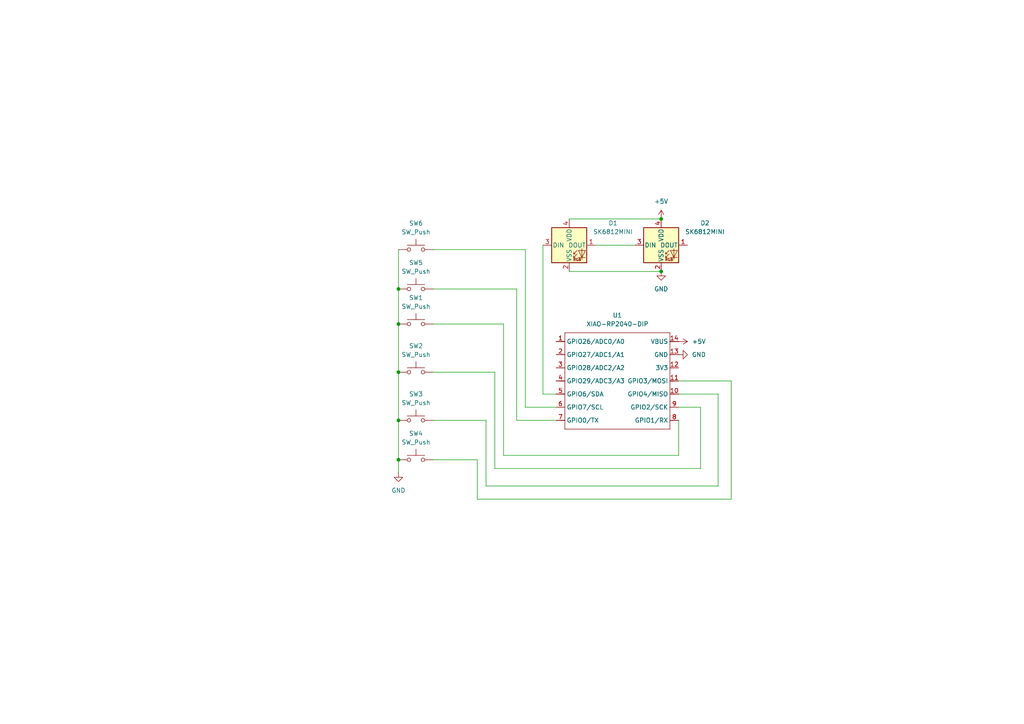
<source format=kicad_sch>
(kicad_sch (version 20250114) (generator "eeschema") (generator_version "9.0")
  (paper "A4")
  (lib_symbols
    (symbol "LED:SK6812MINI" (pin_names (offset 0.254))
      (property "Reference" "D" (at 5.08 5.715 0))
      (property "Value" "SK6812MINI" (at 1.27 -5.715 0))
      (symbol "SK6812MINI_0_0"
        (text "RGB" (at 2.286 -4.191 0) (effects (font (size 0.762 0.762))))
      )
      (symbol "SK6812MINI_0_1"
        (polyline (pts (xy 1.27 -2.54) (xy 1.778 -2.54)))
        (polyline (pts (xy 1.27 -3.556) (xy 1.778 -3.556)))
        (polyline (pts (xy 2.286 -1.524) (xy 1.27 -2.54) (xy 1.27 -2.032)))
        (polyline (pts (xy 2.286 -2.54) (xy 1.27 -3.556) (xy 1.27 -3.048)))
        (polyline (pts (xy 3.683 -1.016) (xy 3.683 -3.556) (xy 3.683 -4.064)))
        (polyline (pts (xy 4.699 -1.524) (xy 2.667 -1.524) (xy 3.683 -3.556) (xy 4.699 -1.524)))
        (polyline (pts (xy 4.699 -3.556) (xy 2.667 -3.556)))
        (rectangle (start 5.08 5.08) (end -5.08 -5.08) (stroke (width 0.254)) (fill (type background)))
      )
      (symbol "SK6812MINI_1_1"
        (pin input line (at -7.62 0 0) (length 2.54) (name "DIN") (number "3"))
        (pin power_in line (at 0 7.62 270) (length 2.54) (name "VDD") (number "4"))
        (pin power_in line (at 0 -7.62 90) (length 2.54) (name "VSS") (number "2"))
        (pin output line (at 7.62 0 180) (length 2.54) (name "DOUT") (number "1"))
      )
    )
    (symbol "OPL_Librarly:XIAO-RP2040-DIP"
      (property "Reference" "U" (at 0 0 0))
      (property "Value" "XIAO-RP2040-DIP" (at 5.334 -1.778 0))
      (symbol "XIAO-RP2040-DIP_1_0"
        (polyline (pts (xy -1.27 -2.54) (xy 29.21 -2.54)) (stroke (width 0.1524)))
        (polyline (pts (xy -1.27 -5.08) (xy -2.54 -5.08)) (stroke (width 0.1524)))
        (polyline (pts (xy -1.27 -5.08) (xy -1.27 -2.54)) (stroke (width 0.1524)))
        (polyline (pts (xy -1.27 -8.89) (xy -2.54 -8.89)) (stroke (width 0.1524)))
        (polyline (pts (xy -1.27 -8.89) (xy -1.27 -5.08)) (stroke (width 0.1524)))
        (polyline (pts (xy -1.27 -12.7) (xy -2.54 -12.7)) (stroke (width 0.1524)))
        (polyline (pts (xy -1.27 -12.7) (xy -1.27 -8.89)) (stroke (width 0.1524)))
        (polyline (pts (xy -1.27 -16.51) (xy -2.54 -16.51)) (stroke (width 0.1524)))
        (polyline (pts (xy -1.27 -16.51) (xy -1.27 -12.7)) (stroke (width 0.1524)))
        (polyline (pts (xy -1.27 -20.32) (xy -2.54 -20.32)) (stroke (width 0.1524)))
        (polyline (pts (xy -1.27 -24.13) (xy -2.54 -24.13)) (stroke (width 0.1524)))
        (polyline (pts (xy -1.27 -27.94) (xy -2.54 -27.94)) (stroke (width 0.1524)))
        (polyline (pts (xy -1.27 -30.48) (xy -1.27 -16.51)) (stroke (width 0.1524)))
        (polyline (pts (xy 29.21 -2.54) (xy 29.21 -5.08)) (stroke (width 0.1524)))
        (polyline (pts (xy 29.21 -5.08) (xy 29.21 -8.89)) (stroke (width 0.1524)))
        (polyline (pts (xy 29.21 -8.89) (xy 29.21 -12.7)) (stroke (width 0.1524)))
        (polyline (pts (xy 29.21 -12.7) (xy 29.21 -30.48)) (stroke (width 0.1524)))
        (polyline (pts (xy 29.21 -30.48) (xy -1.27 -30.48)) (stroke (width 0.1524)))
        (polyline (pts (xy 30.48 -5.08) (xy 29.21 -5.08)) (stroke (width 0.1524)))
        (polyline (pts (xy 30.48 -8.89) (xy 29.21 -8.89)) (stroke (width 0.1524)))
        (polyline (pts (xy 30.48 -12.7) (xy 29.21 -12.7)) (stroke (width 0.1524)))
        (polyline (pts (xy 30.48 -16.51) (xy 29.21 -16.51)) (stroke (width 0.1524)))
        (polyline (pts (xy 30.48 -20.32) (xy 29.21 -20.32)) (stroke (width 0.1524)))
        (polyline (pts (xy 30.48 -24.13) (xy 29.21 -24.13)) (stroke (width 0.1524)))
        (polyline (pts (xy 30.48 -27.94) (xy 29.21 -27.94)) (stroke (width 0.1524)))
        (pin passive line (at -3.81 -5.08 0) (length 2.54) (name "GPIO26/ADC0/A0") (number "1"))
        (pin passive line (at -3.81 -8.89 0) (length 2.54) (name "GPIO27/ADC1/A1") (number "2"))
        (pin passive line (at -3.81 -12.7 0) (length 2.54) (name "GPIO28/ADC2/A2") (number "3"))
        (pin passive line (at -3.81 -16.51 0) (length 2.54) (name "GPIO29/ADC3/A3") (number "4"))
        (pin passive line (at -3.81 -20.32 0) (length 2.54) (name "GPIO6/SDA") (number "5"))
        (pin passive line (at -3.81 -24.13 0) (length 2.54) (name "GPIO7/SCL") (number "6"))
        (pin passive line (at -3.81 -27.94 0) (length 2.54) (name "GPIO0/TX") (number "7"))
        (pin passive line (at 31.75 -5.08 180) (length 2.54) (name "VBUS") (number "14"))
        (pin passive line (at 31.75 -8.89 180) (length 2.54) (name "GND") (number "13"))
        (pin passive line (at 31.75 -12.7 180) (length 2.54) (name "3V3") (number "12"))
        (pin passive line (at 31.75 -16.51 180) (length 2.54) (name "GPIO3/MOSI") (number "11"))
        (pin passive line (at 31.75 -20.32 180) (length 2.54) (name "GPIO4/MISO") (number "10"))
        (pin passive line (at 31.75 -24.13 180) (length 2.54) (name "GPIO2/SCK") (number "9"))
        (pin passive line (at 31.75 -27.94 180) (length 2.54) (name "GPIO1/RX") (number "8"))
      )
    )
    (symbol "Switch:SW_Push" (pin_numbers (hide yes)) (pin_names (offset 1.016) (hide yes))
      (property "Reference" "SW" (at 1.27 2.54 0))
      (property "Value" "SW_Push" (at 0 -1.524 0))
      (symbol "SW_Push_0_1"
        (circle (center -2.032 0) (radius 0.508))
        (polyline (pts (xy 0 1.27) (xy 0 3.048)))
        (circle (center 2.032 0) (radius 0.508))
        (polyline (pts (xy 2.54 1.27) (xy -2.54 1.27)))
        (pin passive line (at -5.08 0 0) (length 2.54) (name "1") (number "1"))
        (pin passive line (at 5.08 0 180) (length 2.54) (name "2") (number "2"))
      )
    )
    (symbol "power:+5V" (power) (pin_numbers (hide yes)) (pin_names (offset 0) (hide yes))
      (property "Value" "+5V" (at 0 3.556 0))
      (symbol "+5V_0_1"
        (polyline (pts (xy -0.762 1.27) (xy 0 2.54)))
        (polyline (pts (xy 0 2.54) (xy 0.762 1.27)))
        (polyline (pts (xy 0 0) (xy 0 2.54)))
      )
      (symbol "+5V_1_1"
        (pin power_in line (at 0 0 90) (length 0) (name "~") (number "1"))
      )
    )
    (symbol "power:GND" (power) (pin_numbers (hide yes)) (pin_names (offset 0) (hide yes))
      (property "Value" "GND" (at 0 -3.81 0))
      (symbol "GND_0_1"
        (polyline (pts (xy 0 0) (xy 0 -1.27) (xy 1.27 -1.27) (xy 0 -2.54) (xy -1.27 -1.27) (xy 0 -1.27)))
      )
      (symbol "GND_1_1"
        (pin power_in line (at 0 0 270) (length 0) (name "~") (number "1"))
      )
    )
  )
  (junction (at 191.77 63.5))
  (junction (at 115.57 121.92))
  (junction (at 191.77 78.74))
  (junction (at 115.57 133.35))
  (junction (at 115.57 107.95))
  (junction (at 115.57 93.98))
  (junction (at 115.57 83.82))
  (wire (pts (xy 115.57 72.39) (xy 115.57 83.82)))
  (wire (pts (xy 149.86 83.82) (xy 125.73 83.82)))
  (wire (pts (xy 115.57 83.82) (xy 115.57 93.98)))
  (wire (pts (xy 172.72 71.12) (xy 184.15 71.12)))
  (wire (pts (xy 115.57 121.92) (xy 115.57 133.35)))
  (wire (pts (xy 140.97 140.97) (xy 140.97 121.92)))
  (wire (pts (xy 196.85 114.3) (xy 208.28 114.3)))
  (wire (pts (xy 203.2 135.89) (xy 143.51 135.89)))
  (wire (pts (xy 143.51 135.89) (xy 143.51 107.95)))
  (wire (pts (xy 196.85 121.92) (xy 196.85 132.08)))
  (wire (pts (xy 212.09 144.78) (xy 138.43 144.78)))
  (wire (pts (xy 138.43 133.35) (xy 125.73 133.35)))
  (wire (pts (xy 143.51 107.95) (xy 125.73 107.95)))
  (wire (pts (xy 212.09 110.49) (xy 212.09 144.78)))
  (wire (pts (xy 115.57 107.95) (xy 115.57 121.92)))
  (wire (pts (xy 115.57 137.16) (xy 115.57 133.35)))
  (wire (pts (xy 196.85 110.49) (xy 212.09 110.49)))
  (wire (pts (xy 152.4 118.11) (xy 152.4 72.39)))
  (wire (pts (xy 208.28 114.3) (xy 208.28 140.97)))
  (wire (pts (xy 115.57 93.98) (xy 115.57 107.95)))
  (wire (pts (xy 152.4 72.39) (xy 125.73 72.39)))
  (wire (pts (xy 157.48 114.3) (xy 161.29 114.3)))
  (wire (pts (xy 165.1 63.5) (xy 191.77 63.5)))
  (wire (pts (xy 196.85 132.08) (xy 146.05 132.08)))
  (wire (pts (xy 161.29 118.11) (xy 152.4 118.11)))
  (wire (pts (xy 208.28 140.97) (xy 140.97 140.97)))
  (wire (pts (xy 161.29 121.92) (xy 149.86 121.92)))
  (wire (pts (xy 196.85 118.11) (xy 203.2 118.11)))
  (wire (pts (xy 149.86 121.92) (xy 149.86 83.82)))
  (wire (pts (xy 157.48 71.12) (xy 157.48 114.3)))
  (wire (pts (xy 138.43 144.78) (xy 138.43 133.35)))
  (wire (pts (xy 203.2 118.11) (xy 203.2 135.89)))
  (wire (pts (xy 146.05 93.98) (xy 125.73 93.98)))
  (wire (pts (xy 146.05 132.08) (xy 146.05 93.98)))
  (wire (pts (xy 140.97 121.92) (xy 125.73 121.92)))
  (wire (pts (xy 165.1 78.74) (xy 191.77 78.74)))
  (symbol (lib_id "Switch:SW_Push") (at 120.65 72.39 0) (unit 1)
    (property "Reference" "SW6" (at 120.65 64.77 0))
    (property "Value" "SW_Push" (at 120.65 67.31 0))
    (property "Footprint" "Button_Switch_Keyboard:SW_Cherry_MX_1.00u_PCB" (effects (hide yes)))
    (property "Description" "Push button switch, generic, two pins" (effects (hide yes)))
  )
  (symbol (lib_id "Switch:SW_Push") (at 120.65 93.98 0) (unit 1)
    (property "Reference" "SW1" (at 120.65 86.36 0))
    (property "Value" "SW_Push" (at 120.65 88.9 0))
    (property "Footprint" "Button_Switch_Keyboard:SW_Cherry_MX_1.00u_PCB" (effects (hide yes)))
    (property "Description" "Push button switch, generic, two pins" (effects (hide yes)))
  )
  (symbol (lib_id "Switch:SW_Push") (at 120.65 83.82 0) (unit 1)
    (property "Reference" "SW5" (at 120.65 76.2 0))
    (property "Value" "SW_Push" (at 120.65 78.74 0))
    (property "Footprint" "Button_Switch_Keyboard:SW_Cherry_MX_1.00u_PCB" (effects (hide yes)))
    (property "Description" "Push button switch, generic, two pins" (effects (hide yes)))
  )
  (symbol (lib_id "power:GND") (at 191.77 78.74 0) (unit 1)
    (property "Reference" "#PWR02" (effects (hide yes)))
    (property "Value" "GND" (at 191.77 83.82 0))
    (property "Description" "Power symbol creates a global label with name \"GND\" , ground" (effects (hide yes)))
  )
  (symbol (lib_id "power:+5V") (at 196.85 99.06 270) (unit 1)
    (property "Reference" "#PWR01" (effects (hide yes)))
    (property "Value" "+5V" (at 200.66 99.0599 90) (effects (justify left)))
    (property "Description" "Power symbol creates a global label with name \"+5V\"" (effects (hide yes)))
  )
  (symbol (lib_id "power:+5V") (at 191.77 63.5 0) (unit 1)
    (property "Reference" "#PWR04" (effects (hide yes)))
    (property "Value" "+5V" (at 191.77 58.42 0))
    (property "Description" "Power symbol creates a global label with name \"+5V\"" (effects (hide yes)))
  )
  (symbol (lib_id "power:GND") (at 115.57 137.16 0) (unit 1)
    (property "Reference" "#PWR05" (effects (hide yes)))
    (property "Value" "GND" (at 115.57 142.24 0))
    (property "Description" "Power symbol creates a global label with name \"GND\" , ground" (effects (hide yes)))
  )
  (symbol (lib_id "power:GND") (at 196.85 102.87 90) (unit 1)
    (property "Reference" "#PWR03" (effects (hide yes)))
    (property "Value" "GND" (at 200.66 102.8699 90) (effects (justify right)))
    (property "Description" "Power symbol creates a global label with name \"GND\" , ground" (effects (hide yes)))
  )
  (symbol (lib_id "Switch:SW_Push") (at 120.65 133.35 0) (unit 1)
    (property "Reference" "SW4" (at 120.65 125.73 0))
    (property "Value" "SW_Push" (at 120.65 128.27 0))
    (property "Footprint" "Button_Switch_Keyboard:SW_Cherry_MX_1.00u_PCB" (effects (hide yes)))
    (property "Description" "Push button switch, generic, two pins" (effects (hide yes)))
  )
  (symbol (lib_id "LED:SK6812MINI") (at 165.1 71.12 0) (unit 1)
    (property "Reference" "D1" (at 177.8 64.6998 0))
    (property "Value" "SK6812MINI" (at 177.8 67.2398 0))
    (property "Footprint" "LED_SMD:LED_SK6812MINI_PLCC4_3.5x3.5mm_P1.75mm" (effects (hide yes)))
    (property "Datasheet" "https://cdn-shop.adafruit.com/product-files/2686/SK6812MINI_REV.01-1-2.pdf" (effects (hide yes)))
    (property "Description" "RGB LED with integrated controller" (effects (hide yes)))
  )
  (symbol (lib_id "OPL_Librarly:XIAO-RP2040-DIP") (at 165.1 93.98 0) (unit 1)
    (property "Reference" "U1" (at 179.07 91.44 0))
    (property "Value" "XIAO-RP2040-DIP" (at 179.07 93.98 0))
    (property "Footprint" "OPL_Library:XIAO-RP2040-SMD" (effects (hide yes)))
  )
  (symbol (lib_id "LED:SK6812MINI") (at 191.77 71.12 0) (unit 1)
    (property "Reference" "D2" (at 204.47 64.6998 0))
    (property "Value" "SK6812MINI" (at 204.47 67.2398 0))
    (property "Footprint" "LED_SMD:LED_SK6812MINI_PLCC4_3.5x3.5mm_P1.75mm" (effects (hide yes)))
    (property "Datasheet" "https://cdn-shop.adafruit.com/product-files/2686/SK6812MINI_REV.01-1-2.pdf" (effects (hide yes)))
    (property "Description" "RGB LED with integrated controller" (effects (hide yes)))
  )
  (symbol (lib_id "Switch:SW_Push") (at 120.65 121.92 0) (unit 1)
    (property "Reference" "SW3" (at 120.65 114.3 0))
    (property "Value" "SW_Push" (at 120.65 116.84 0))
    (property "Footprint" "Button_Switch_Keyboard:SW_Cherry_MX_1.00u_PCB" (effects (hide yes)))
    (property "Description" "Push button switch, generic, two pins" (effects (hide yes)))
  )
  (symbol (lib_id "Switch:SW_Push") (at 120.65 107.95 0) (unit 1)
    (property "Reference" "SW2" (at 120.65 100.33 0))
    (property "Value" "SW_Push" (at 120.65 102.87 0))
    (property "Footprint" "Button_Switch_Keyboard:SW_Cherry_MX_1.00u_PCB" (effects (hide yes)))
    (property "Description" "Push button switch, generic, two pins" (effects (hide yes)))
  )
)
</source>
